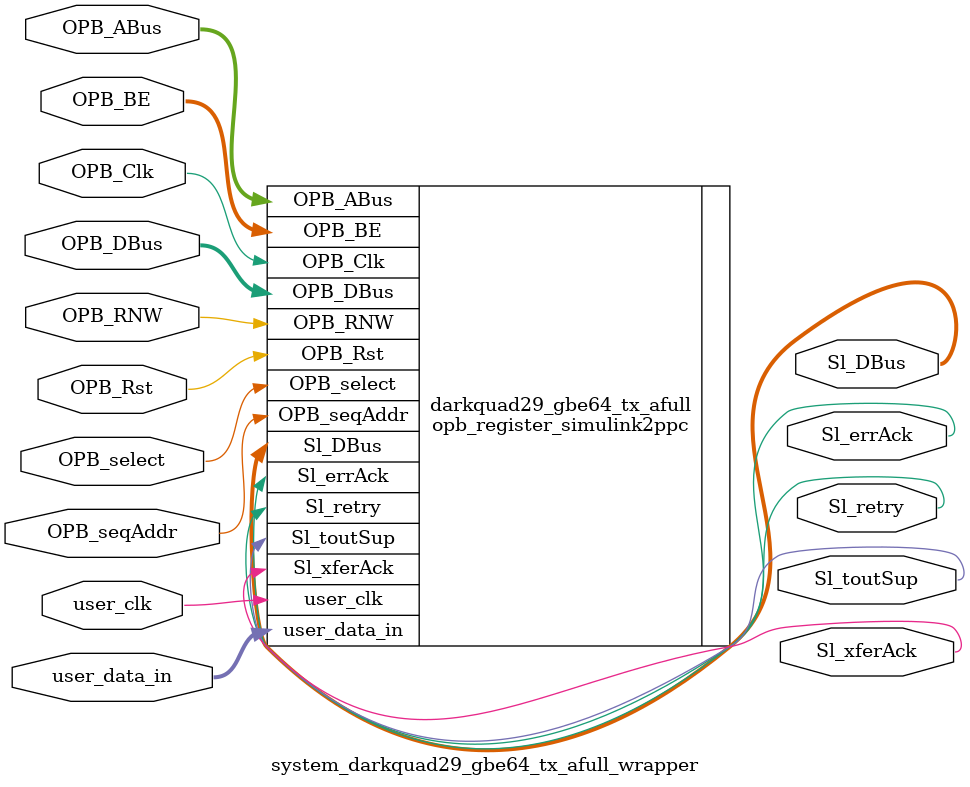
<source format=v>

module system_darkquad29_gbe64_tx_afull_wrapper
  (
    OPB_Clk,
    OPB_Rst,
    Sl_DBus,
    Sl_errAck,
    Sl_retry,
    Sl_toutSup,
    Sl_xferAck,
    OPB_ABus,
    OPB_BE,
    OPB_DBus,
    OPB_RNW,
    OPB_select,
    OPB_seqAddr,
    user_data_in,
    user_clk
  );
  input OPB_Clk;
  input OPB_Rst;
  output [0:31] Sl_DBus;
  output Sl_errAck;
  output Sl_retry;
  output Sl_toutSup;
  output Sl_xferAck;
  input [0:31] OPB_ABus;
  input [0:3] OPB_BE;
  input [0:31] OPB_DBus;
  input OPB_RNW;
  input OPB_select;
  input OPB_seqAddr;
  input [31:0] user_data_in;
  input user_clk;

  opb_register_simulink2ppc
    #(
      .C_BASEADDR ( 32'h01188100 ),
      .C_HIGHADDR ( 32'h011881FF ),
      .C_OPB_AWIDTH ( 32 ),
      .C_OPB_DWIDTH ( 32 ),
      .C_FAMILY ( "virtex6" )
    )
    darkquad29_gbe64_tx_afull (
      .OPB_Clk ( OPB_Clk ),
      .OPB_Rst ( OPB_Rst ),
      .Sl_DBus ( Sl_DBus ),
      .Sl_errAck ( Sl_errAck ),
      .Sl_retry ( Sl_retry ),
      .Sl_toutSup ( Sl_toutSup ),
      .Sl_xferAck ( Sl_xferAck ),
      .OPB_ABus ( OPB_ABus ),
      .OPB_BE ( OPB_BE ),
      .OPB_DBus ( OPB_DBus ),
      .OPB_RNW ( OPB_RNW ),
      .OPB_select ( OPB_select ),
      .OPB_seqAddr ( OPB_seqAddr ),
      .user_data_in ( user_data_in ),
      .user_clk ( user_clk )
    );

endmodule


</source>
